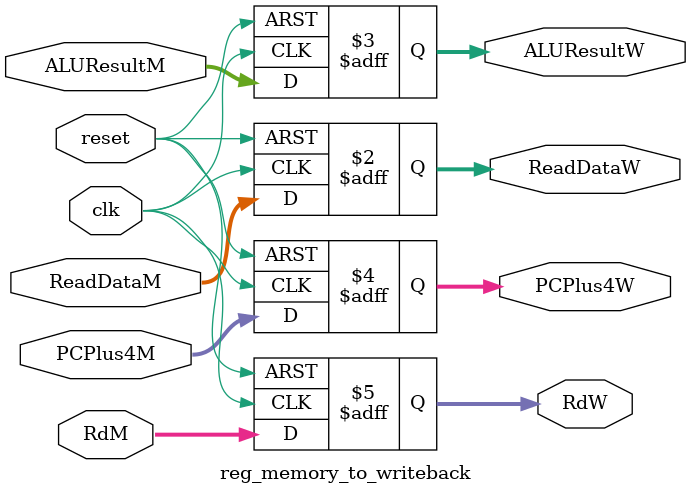
<source format=v>
`timescale 1ns / 1ps


//////////////////////////////////////////////////////////////////////////////////
// Memory -> Writeback pipeline register
//////////////////////////////////////////////////////////////////////////////////

module reg_memory_to_writeback(
    input             clk,
    input             reset,

    // --------- DATOS desde etapa M ----------
    input      [31:0] ReadDataM,
    input      [31:0] ALUResultM,
    input      [31:0] PCPlus4M,
    input      [4:0]  RdM,

    // --------- DATOS hacia etapa W ----------
    output reg [31:0] ReadDataW,
    output reg [31:0] ALUResultW,
    output reg [31:0] PCPlus4W,
    output reg [4:0]  RdW
);

    always @ (posedge clk or posedge reset) begin
        if (reset) begin

            // DATOS
            ReadDataW  <= 32'b0;
            ALUResultW <= 32'b0;
            PCPlus4W   <= 32'b0;
            RdW        <= 5'b0;
        end else begin
        
            // DATOS
            ReadDataW  <= ReadDataM;
            ALUResultW <= ALUResultM;
            PCPlus4W   <= PCPlus4M;
            RdW        <= RdM;
        end
    end

endmodule

</source>
